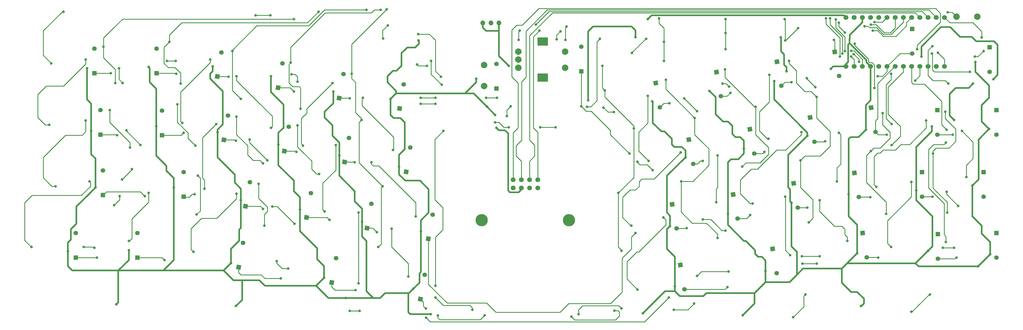
<source format=gbr>
G04 #@! TF.GenerationSoftware,KiCad,Pcbnew,(6.0.0-0)*
G04 #@! TF.CreationDate,2022-01-02T14:27:21+09:00*
G04 #@! TF.ProjectId,aliceball,616c6963-6562-4616-9c6c-2e6b69636164,rev?*
G04 #@! TF.SameCoordinates,Original*
G04 #@! TF.FileFunction,Copper,L1,Top*
G04 #@! TF.FilePolarity,Positive*
%FSLAX46Y46*%
G04 Gerber Fmt 4.6, Leading zero omitted, Abs format (unit mm)*
G04 Created by KiCad (PCBNEW (6.0.0-0)) date 2022-01-02 14:27:21*
%MOMM*%
%LPD*%
G01*
G04 APERTURE LIST*
G04 Aperture macros list*
%AMRotRect*
0 Rectangle, with rotation*
0 The origin of the aperture is its center*
0 $1 length*
0 $2 width*
0 $3 Rotation angle, in degrees counterclockwise*
0 Add horizontal line*
21,1,$1,$2,0,0,$3*%
G04 Aperture macros list end*
G04 #@! TA.AperFunction,ComponentPad*
%ADD10C,2.000000*%
G04 #@! TD*
G04 #@! TA.AperFunction,ComponentPad*
%ADD11R,3.200000X2.500000*%
G04 #@! TD*
G04 #@! TA.AperFunction,ComponentPad*
%ADD12O,1.500000X1.500000*%
G04 #@! TD*
G04 #@! TA.AperFunction,ComponentPad*
%ADD13R,1.397000X1.397000*%
G04 #@! TD*
G04 #@! TA.AperFunction,ComponentPad*
%ADD14C,1.397000*%
G04 #@! TD*
G04 #@! TA.AperFunction,ComponentPad*
%ADD15RotRect,1.397000X1.397000X280.000000*%
G04 #@! TD*
G04 #@! TA.AperFunction,ComponentPad*
%ADD16RotRect,1.397000X1.397000X80.000000*%
G04 #@! TD*
G04 #@! TA.AperFunction,WasherPad*
%ADD17C,3.810000*%
G04 #@! TD*
G04 #@! TA.AperFunction,ComponentPad*
%ADD18C,1.500000*%
G04 #@! TD*
G04 #@! TA.AperFunction,ComponentPad*
%ADD19C,1.524000*%
G04 #@! TD*
G04 #@! TA.AperFunction,ViaPad*
%ADD20C,0.800000*%
G04 #@! TD*
G04 #@! TA.AperFunction,Conductor*
%ADD21C,0.250000*%
G04 #@! TD*
G04 #@! TA.AperFunction,Conductor*
%ADD22C,0.500000*%
G04 #@! TD*
G04 APERTURE END LIST*
D10*
X173856000Y-31599500D03*
X173856000Y-36599500D03*
X173856000Y-34099500D03*
D11*
X181356000Y-28499500D03*
X181356000Y-39699500D03*
D10*
X188356000Y-36599500D03*
X188356000Y-31599500D03*
D12*
X165354000Y-22719500D03*
X167854000Y-22719500D03*
X162854000Y-22719500D03*
D13*
X45360000Y-76110000D03*
D14*
X45360000Y-68490000D03*
D13*
X317754000Y-68961000D03*
D14*
X317754000Y-76581000D03*
D15*
X258989900Y-72447882D03*
D14*
X260313100Y-79952118D03*
D13*
X303657000Y-88201500D03*
D14*
X303657000Y-95821500D03*
D16*
X101446400Y-62426118D03*
D14*
X102769600Y-54921882D03*
D13*
X167068500Y-43053000D03*
D14*
X167068500Y-35433000D03*
D13*
X193357500Y-37719000D03*
D14*
X193357500Y-30099000D03*
D15*
X245464400Y-55683882D03*
D14*
X246787600Y-63188118D03*
D15*
X277849400Y-69209382D03*
D14*
X279172600Y-76713618D03*
D16*
X82704626Y-58963584D03*
D14*
X84027826Y-51459348D03*
D15*
X282992900Y-49016382D03*
D14*
X284316100Y-56520618D03*
D16*
X80681900Y-39375618D03*
D14*
X82005100Y-31871382D03*
D16*
X137069900Y-49281618D03*
D14*
X138393100Y-41777382D03*
D13*
X70294500Y-76581000D03*
D14*
X70294500Y-68961000D03*
D13*
X61912500Y-38290500D03*
D14*
X61912500Y-30670500D03*
D17*
X162522000Y-83888000D03*
X189522000Y-83888000D03*
D18*
X172212000Y-73918500D03*
X172212000Y-71378500D03*
X174752000Y-73918500D03*
X174752000Y-71378500D03*
X177292000Y-73918500D03*
X177292000Y-71378500D03*
X179832000Y-73918500D03*
X179832000Y-71378500D03*
D16*
X146023400Y-89667618D03*
D14*
X147346600Y-82163382D03*
D13*
X44577000Y-57340500D03*
D14*
X44577000Y-49720500D03*
D10*
X309360500Y-20764500D03*
X315860500Y-20764500D03*
D16*
X87349400Y-98430618D03*
D14*
X88672600Y-90926382D03*
D15*
X223937900Y-97784382D03*
D14*
X225261100Y-105288618D03*
D13*
X298704000Y-68961000D03*
D14*
X298704000Y-76581000D03*
D16*
X139092626Y-68869584D03*
D14*
X140415826Y-61365348D03*
D13*
X42672000Y-38290500D03*
D14*
X42672000Y-30670500D03*
D15*
X271753400Y-31680882D03*
D14*
X273076600Y-39185118D03*
D15*
X252463741Y-92783223D03*
D14*
X253786941Y-100287459D03*
D15*
X253846400Y-34728882D03*
D14*
X255169600Y-42233118D03*
D13*
X303466500Y-49720500D03*
D14*
X303466500Y-57340500D03*
D16*
X143546900Y-108336618D03*
D14*
X144870100Y-100832382D03*
D13*
X36957000Y-95440500D03*
D14*
X36957000Y-87820500D03*
D13*
X63627000Y-57531000D03*
D14*
X63627000Y-49911000D03*
D13*
X319659000Y-30289500D03*
D14*
X319659000Y-37909500D03*
D15*
X216317900Y-41396382D03*
D14*
X217641100Y-48900618D03*
D13*
X56007000Y-95440500D03*
D14*
X56007000Y-87820500D03*
D16*
X120115400Y-65855118D03*
D14*
X121438600Y-58350882D03*
D13*
X321754500Y-49720500D03*
D14*
X321754500Y-57340500D03*
D16*
X89444900Y-79571118D03*
D14*
X90768100Y-72066882D03*
D10*
X163258500Y-42302500D03*
X163258500Y-35802500D03*
D16*
X108304400Y-83000118D03*
D14*
X109627600Y-75495882D03*
D13*
X321754500Y-87820500D03*
D14*
X321754500Y-95440500D03*
D16*
X99541400Y-42804618D03*
D14*
X100864600Y-35300382D03*
D19*
X277749000Y-36231400D03*
X280289000Y-36231400D03*
X282829000Y-36231400D03*
X285369000Y-36231400D03*
X287909000Y-36231400D03*
X290449000Y-36231400D03*
X292989000Y-36231400D03*
X295529000Y-36231400D03*
X298069000Y-36231400D03*
X300609000Y-36231400D03*
X303149000Y-36231400D03*
X305689000Y-36231400D03*
X305689000Y-21011400D03*
X303149000Y-21011400D03*
X300609000Y-21011400D03*
X298069000Y-21011400D03*
X295529000Y-21011400D03*
X292989000Y-21011400D03*
X290449000Y-21011400D03*
X287909000Y-21011400D03*
X285369000Y-21011400D03*
X282829000Y-21011400D03*
X280289000Y-21011400D03*
X277749000Y-21011400D03*
X275209000Y-21011400D03*
X275209000Y-36231400D03*
D16*
X116113741Y-103166778D03*
D14*
X117436941Y-95662542D03*
D15*
X240320900Y-75876882D03*
D14*
X241644100Y-83381118D03*
D15*
X264133400Y-52064382D03*
D14*
X265456600Y-59568618D03*
D15*
X280325900Y-87878382D03*
D14*
X281649100Y-95382618D03*
D15*
X226604900Y-58922382D03*
D14*
X227928100Y-66426618D03*
D16*
X127063500Y-86296500D03*
D14*
X128386700Y-78792264D03*
D13*
X295656000Y-24574500D03*
D14*
X295656000Y-32194500D03*
D16*
X118400900Y-46043118D03*
D14*
X119724100Y-38538882D03*
D15*
X235177400Y-37967382D03*
D14*
X236500600Y-45471618D03*
D15*
X221461400Y-78924882D03*
D14*
X222784600Y-86429118D03*
D20*
X301752000Y-32194500D03*
X284988000Y-39243000D03*
X84201000Y-39433500D03*
X313563000Y-37909500D03*
X148209000Y-47815500D03*
X104394000Y-44005500D03*
X121729500Y-46101000D03*
X47815500Y-38290500D03*
X68008500Y-38481000D03*
X220599000Y-47625000D03*
X239458500Y-44386500D03*
X143637000Y-47815500D03*
X258318000Y-41148000D03*
X70294500Y-56769000D03*
X215455500Y-68389500D03*
X208216500Y-63246000D03*
X170307000Y-51625500D03*
X171450000Y-48577500D03*
X268795500Y-59436000D03*
X249936000Y-62674500D03*
X287845500Y-57340500D03*
X86487000Y-59245500D03*
X308229000Y-57340500D03*
X230886000Y-65532000D03*
X105156000Y-62674500D03*
X210693000Y-65722500D03*
X193357500Y-48577500D03*
X123253500Y-65913000D03*
X49720500Y-57531000D03*
X225933000Y-86296500D03*
X94869000Y-80391000D03*
X289369500Y-60579000D03*
X263271000Y-80010000D03*
X58293000Y-76390500D03*
X130111500Y-87630000D03*
X301942500Y-76581000D03*
X210121500Y-87820500D03*
X115443000Y-83820000D03*
X73723500Y-75819000D03*
X282702000Y-76771500D03*
X245554500Y-82296000D03*
X285178500Y-95440500D03*
X220408500Y-107823000D03*
X145351500Y-114109500D03*
X123444000Y-105537000D03*
X266128500Y-97345500D03*
X238506000Y-104584500D03*
X306133500Y-59817000D03*
X100393500Y-101917500D03*
X261747000Y-97345500D03*
X309372000Y-95440500D03*
X43434000Y-95440500D03*
X64389000Y-96202500D03*
X145230000Y-111252000D03*
X306324000Y-55816500D03*
X306133500Y-90678000D03*
X271462500Y-28003500D03*
X170878500Y-36004500D03*
X88011000Y-77724000D03*
X146770000Y-112966500D03*
X136969500Y-67246500D03*
X243268500Y-113347500D03*
X79248000Y-36195000D03*
X210100000Y-27180000D03*
X34480500Y-93535500D03*
X84963000Y-97155000D03*
X319849500Y-94488000D03*
X195453000Y-46672500D03*
X41719500Y-56197500D03*
X215265000Y-47053500D03*
X296989500Y-74676000D03*
X141351000Y-105156000D03*
X258318000Y-78486000D03*
X238696500Y-81915000D03*
X316122805Y-98214695D03*
X160782000Y-40005000D03*
X252984000Y-40767000D03*
X143722089Y-87354411D03*
X59436000Y-36385500D03*
X134302500Y-46291500D03*
X319468500Y-55626000D03*
X67246500Y-73723500D03*
X164115750Y-48672750D03*
X220789500Y-85725000D03*
X43053000Y-73723500D03*
X125539500Y-84391500D03*
X212407500Y-112776000D03*
X61824521Y-54761479D03*
X243649500Y-61722000D03*
X301752000Y-54864000D03*
X113728500Y-101727000D03*
X116586000Y-44005500D03*
X276034500Y-75819000D03*
X97345500Y-39243000D03*
X270510000Y-36957000D03*
X99631500Y-60388500D03*
X120396000Y-108013500D03*
X250317000Y-99631500D03*
X49470799Y-109977701D03*
X86487000Y-110490000D03*
X40386000Y-36766500D03*
X278701500Y-94083110D03*
X314325000Y-73152000D03*
X80772000Y-56578500D03*
X300609000Y-93345000D03*
X281368500Y-55816500D03*
X53340000Y-93154500D03*
X222313500Y-104394000D03*
X167068500Y-55245000D03*
X166687500Y-51244500D03*
X225552000Y-64389000D03*
X118491000Y-63817500D03*
X142960000Y-28200000D03*
X263271000Y-57721500D03*
X106299000Y-80581500D03*
X315277500Y-34861500D03*
X232981500Y-43815000D03*
X279844500Y-110490000D03*
X213931500Y-21526500D03*
X317754000Y-31432500D03*
X315087000Y-33147000D03*
X317182500Y-27241500D03*
X320802000Y-40195500D03*
X255079500Y-27241500D03*
X314515500Y-41529000D03*
X256794000Y-37719000D03*
X298525500Y-33159000D03*
X308610000Y-52768500D03*
X312420000Y-70485000D03*
X311086500Y-56197500D03*
X309943500Y-79438500D03*
X306324000Y-75057000D03*
X308639188Y-92421688D03*
X305181000Y-92392500D03*
X289179000Y-92202000D03*
X295465500Y-72009000D03*
X284607000Y-73533000D03*
X300037500Y-52959000D03*
X289369500Y-54102000D03*
X289179000Y-38481000D03*
X263080500Y-39814500D03*
X265747500Y-42672000D03*
X272415000Y-71818500D03*
X272986500Y-56769000D03*
X275653500Y-90297000D03*
X267081000Y-77724000D03*
X256413000Y-76581000D03*
X267081000Y-95059500D03*
X261556500Y-95059500D03*
X257937000Y-94678500D03*
X261366000Y-56578500D03*
X246316500Y-78676500D03*
X251460000Y-38862000D03*
X251269500Y-58674000D03*
X239077500Y-42481500D03*
X236982000Y-41529000D03*
X225171000Y-46101000D03*
X229171500Y-50101500D03*
X235458000Y-63817500D03*
X235077000Y-78295500D03*
X237934500Y-87058500D03*
X230886000Y-83629500D03*
X238887000Y-99822000D03*
X229171500Y-101155500D03*
X218694000Y-83058000D03*
X210693000Y-105346500D03*
X208788000Y-85534500D03*
X224028000Y-62865000D03*
X213931500Y-45339000D03*
X214122000Y-65532000D03*
X203417951Y-50328049D03*
X167259000Y-45910500D03*
X200215500Y-48958500D03*
X143637000Y-45910500D03*
X163830000Y-45910500D03*
X148209000Y-45910500D03*
X125730000Y-45910500D03*
X135064500Y-62103000D03*
X142113000Y-82677000D03*
X128397000Y-65913000D03*
X134683500Y-86487000D03*
X139827000Y-101346000D03*
X124396500Y-103441500D03*
X124396500Y-81534000D03*
X117348000Y-60579000D03*
X113919000Y-81153000D03*
X116395500Y-41338500D03*
X107251500Y-60769500D03*
X105537000Y-40957500D03*
X103632000Y-38671500D03*
X97345500Y-55245000D03*
X86677500Y-39243000D03*
X96202500Y-65341500D03*
X90678000Y-58864500D03*
X104584500Y-84963000D03*
X97726500Y-79629000D03*
X99060000Y-96583500D03*
X102679500Y-98869500D03*
X73342500Y-93726000D03*
X86677500Y-75628500D03*
X76771500Y-74104500D03*
X80391000Y-54102000D03*
X78486000Y-34099500D03*
X69913500Y-53721000D03*
X65151000Y-34480500D03*
X67818000Y-34480500D03*
X50292000Y-36766500D03*
X51435000Y-41338500D03*
X56959500Y-60579000D03*
X52578000Y-56007000D03*
X59436000Y-75438000D03*
X53340000Y-90297000D03*
X39433500Y-92202000D03*
X42672000Y-92392500D03*
X41148000Y-71818500D03*
X23241000Y-92202000D03*
X40005000Y-52959000D03*
X30670500Y-73342500D03*
X28765500Y-54292500D03*
X40005000Y-34099500D03*
X145542000Y-36004500D03*
X29337000Y-35242500D03*
X33147000Y-19240500D03*
X142494000Y-35623500D03*
X149923500Y-39433500D03*
X142820000Y-26180000D03*
X133440000Y-23470000D03*
X132050000Y-27600000D03*
X199050000Y-27660000D03*
X195110607Y-48768000D03*
X185356500Y-55054500D03*
X166687500Y-53530500D03*
X180594000Y-55054500D03*
X170878500Y-55054500D03*
X148209000Y-104203500D03*
X159639000Y-111633000D03*
X150685500Y-56197500D03*
X148209000Y-107823000D03*
X148990000Y-113410000D03*
X163449000Y-113347500D03*
X203530000Y-111880000D03*
X190270000Y-113750000D03*
X192510000Y-112970000D03*
X228219000Y-109728000D03*
X221932500Y-111633000D03*
X205750000Y-111250000D03*
X262699500Y-106870500D03*
X258889500Y-113919000D03*
X295465500Y-112204500D03*
X301180500Y-106870500D03*
X121729500Y-112014000D03*
X124777500Y-112014000D03*
X92583000Y-20383500D03*
X97155000Y-20383500D03*
X209020000Y-32020000D03*
X284035500Y-22479000D03*
X205740000Y-93345000D03*
X199834500Y-36004500D03*
X213340000Y-27620000D03*
X204787500Y-75438000D03*
X200596500Y-43624500D03*
X209550000Y-55435500D03*
X224218500Y-71818500D03*
X218884500Y-34480500D03*
X47434500Y-49720500D03*
X282892500Y-23241000D03*
X51244500Y-71247000D03*
X104394000Y-21526500D03*
X49149000Y-41338500D03*
X235458000Y-89344500D03*
X228409500Y-52197000D03*
X217360500Y-21336000D03*
X54292500Y-68008500D03*
X48768000Y-79248000D03*
X219456000Y-40386000D03*
X218884500Y-28575000D03*
X50482500Y-76390500D03*
X45529500Y-30099000D03*
X53721000Y-61341000D03*
X247269000Y-48768000D03*
X74676000Y-70104000D03*
X243078000Y-67246500D03*
X112014000Y-19240500D03*
X74295000Y-82105500D03*
X237934500Y-25908000D03*
X237934500Y-21526500D03*
X65913000Y-28575000D03*
X69342000Y-41529000D03*
X237744000Y-37147500D03*
X73914000Y-60769500D03*
X280987500Y-23775000D03*
X237934500Y-30861000D03*
X68389500Y-48006000D03*
X257556000Y-34480500D03*
X126873000Y-18669000D03*
X261175500Y-65341500D03*
X94869000Y-66294000D03*
X95250000Y-85534500D03*
X263652000Y-84582000D03*
X93535500Y-72580500D03*
X260413500Y-24384000D03*
X256222500Y-21526500D03*
X256413000Y-28194000D03*
X86677500Y-51816000D03*
X85344000Y-31432500D03*
X88011000Y-46291500D03*
X266128500Y-45720000D03*
X283464000Y-25146000D03*
X296608500Y-40576500D03*
X282892500Y-62484000D03*
X105537000Y-54483000D03*
X277939500Y-29146500D03*
X273022549Y-22633451D03*
X286512000Y-50673000D03*
X112204500Y-69532500D03*
X131254500Y-18669000D03*
X103441500Y-35052000D03*
X274891500Y-25717500D03*
X284035500Y-42862500D03*
X106489500Y-49339500D03*
X287655000Y-81915000D03*
X302133000Y-63246000D03*
X125349000Y-52768500D03*
X301942500Y-29908500D03*
X306514500Y-81534000D03*
X122301000Y-38481000D03*
X305943000Y-50292000D03*
X130492500Y-92202000D03*
X306895500Y-41529000D03*
X131826000Y-73342500D03*
X133159500Y-18478500D03*
X150114000Y-41910000D03*
X279213799Y-34730201D03*
X188785500Y-23812500D03*
X188404500Y-28003500D03*
X146875500Y-34480500D03*
X274129500Y-32253017D03*
X270319500Y-21304980D03*
X277558500Y-32385000D03*
X272070049Y-21680951D03*
X276790981Y-31404907D03*
X174307500Y-25146000D03*
X173926500Y-28003500D03*
X274891500Y-31432500D03*
X276796500Y-33172500D03*
X185737500Y-27813000D03*
X186880500Y-25336500D03*
X273367500Y-33147000D03*
X268986000Y-21304980D03*
X306705000Y-19431000D03*
X297180000Y-30861000D03*
X303657000Y-32004000D03*
X180403500Y-25146000D03*
X179260500Y-23241000D03*
D21*
X68008500Y-38481000D02*
X67818000Y-38290500D01*
X84201000Y-39433500D02*
X84143118Y-39375618D01*
X220599000Y-47625000D02*
X218916718Y-47625000D01*
X84143118Y-39375618D02*
X80681900Y-39375618D01*
X287909000Y-37846000D02*
X286512000Y-39243000D01*
X238373382Y-45471618D02*
X236500600Y-45471618D01*
X47815500Y-38290500D02*
X42672000Y-38290500D01*
X291945900Y-32194500D02*
X295656000Y-32194500D01*
X287909000Y-36231400D02*
X287909000Y-37846000D01*
X313563000Y-37909500D02*
X302514000Y-37909500D01*
X121671618Y-46043118D02*
X118400900Y-46043118D01*
X143637000Y-47815500D02*
X148209000Y-47815500D01*
X287909000Y-36231400D02*
X291945900Y-32194500D01*
X286512000Y-39243000D02*
X284988000Y-39243000D01*
X218916718Y-47625000D02*
X217641100Y-48900618D01*
X239458500Y-44386500D02*
X238373382Y-45471618D01*
X258318000Y-41148000D02*
X256254718Y-41148000D01*
X256254718Y-41148000D02*
X255169600Y-42233118D01*
X104394000Y-44005500D02*
X103193118Y-42804618D01*
X301942500Y-37338000D02*
X301942500Y-32385000D01*
X67818000Y-38290500D02*
X61912500Y-38290500D01*
X301942500Y-32385000D02*
X301752000Y-32194500D01*
X302514000Y-37909500D02*
X301942500Y-37338000D01*
X121729500Y-46101000D02*
X121671618Y-46043118D01*
X103193118Y-42804618D02*
X99541400Y-42804618D01*
X229229382Y-66426618D02*
X227928100Y-66426618D01*
X196405500Y-50101500D02*
X202311000Y-56007000D01*
X284988000Y-41529000D02*
X284988000Y-52387500D01*
X214693500Y-67627500D02*
X213741000Y-66675000D01*
X69532500Y-57531000D02*
X63627000Y-57531000D01*
X86487000Y-59245500D02*
X86205084Y-58963584D01*
X86205084Y-58963584D02*
X82704626Y-58963584D01*
X170307000Y-49720500D02*
X171450000Y-48577500D01*
X123195618Y-65855118D02*
X120115400Y-65855118D01*
X202311000Y-56007000D02*
X202311000Y-57340500D01*
X105156000Y-62674500D02*
X104907618Y-62426118D01*
X268662882Y-59568618D02*
X265456600Y-59568618D01*
X308229000Y-57340500D02*
X303466500Y-57340500D01*
X285135982Y-57340500D02*
X284316100Y-56520618D01*
X213741000Y-66675000D02*
X211455000Y-66675000D01*
X290285600Y-36231400D02*
X284988000Y-41529000D01*
X268795500Y-59436000D02*
X268662882Y-59568618D01*
X215455500Y-68389500D02*
X214693500Y-67627500D01*
X193357500Y-48577500D02*
X193357500Y-37719000D01*
X49530000Y-57340500D02*
X44577000Y-57340500D01*
X70294500Y-56769000D02*
X69532500Y-57531000D01*
X230886000Y-65532000D02*
X230124000Y-65532000D01*
X284988000Y-52387500D02*
X284316100Y-53059400D01*
X230124000Y-65532000D02*
X229229382Y-66426618D01*
X210693000Y-65913000D02*
X210693000Y-65722500D01*
X287845500Y-57340500D02*
X285135982Y-57340500D01*
X193357500Y-48577500D02*
X194881500Y-50101500D01*
X123253500Y-65913000D02*
X123195618Y-65855118D01*
X249936000Y-62674500D02*
X249422382Y-63188118D01*
X211455000Y-66675000D02*
X210693000Y-65913000D01*
X202311000Y-57340500D02*
X208216500Y-63246000D01*
X290449000Y-36231400D02*
X290285600Y-36231400D01*
X249422382Y-63188118D02*
X246787600Y-63188118D01*
X194881500Y-50101500D02*
X196405500Y-50101500D01*
X284316100Y-53059400D02*
X284316100Y-56520618D01*
X170307000Y-51625500D02*
X170307000Y-49720500D01*
X49720500Y-57531000D02*
X49530000Y-57340500D01*
X104907618Y-62426118D02*
X101446400Y-62426118D01*
X292036500Y-57912000D02*
X292036500Y-54864000D01*
X46413000Y-75057000D02*
X45360000Y-76110000D01*
X282702000Y-76771500D02*
X282644118Y-76713618D01*
X72961500Y-75819000D02*
X72009000Y-76771500D01*
X56959500Y-75057000D02*
X46413000Y-75057000D01*
X151828500Y-109537500D02*
X146023400Y-103732400D01*
X73723500Y-75819000D02*
X72961500Y-75819000D01*
X94049118Y-79571118D02*
X89444900Y-79571118D01*
X186690000Y-112395000D02*
X166878000Y-112395000D01*
X263271000Y-80010000D02*
X263213118Y-79952118D01*
X245554500Y-82296000D02*
X244469382Y-83381118D01*
X210121500Y-87820500D02*
X208788000Y-89154000D01*
X289369500Y-60579000D02*
X292036500Y-57912000D01*
X72009000Y-76771500D02*
X70485000Y-76771500D01*
X202359000Y-109680000D02*
X189405000Y-109680000D01*
X225933000Y-86296500D02*
X225800382Y-86429118D01*
X282644118Y-76713618D02*
X279172600Y-76713618D01*
X70485000Y-76771500D02*
X70294500Y-76581000D01*
X128778000Y-86296500D02*
X127063500Y-86296500D01*
X208788000Y-92773500D02*
X205930500Y-95631000D01*
X58293000Y-76390500D02*
X56959500Y-75057000D01*
X301942500Y-76581000D02*
X298704000Y-76581000D01*
X205930500Y-106108500D02*
X202359000Y-109680000D01*
X263213118Y-79952118D02*
X260313100Y-79952118D01*
X205930500Y-95631000D02*
X205930500Y-106108500D01*
X292989000Y-37909500D02*
X292989000Y-36231400D01*
X146023400Y-103732400D02*
X146023400Y-89667618D01*
X164020500Y-109537500D02*
X151828500Y-109537500D01*
X130111500Y-87630000D02*
X128778000Y-86296500D01*
X225800382Y-86429118D02*
X222784600Y-86429118D01*
X288226500Y-42672000D02*
X292989000Y-37909500D01*
X94869000Y-80391000D02*
X94049118Y-79571118D01*
X208788000Y-89154000D02*
X208788000Y-92773500D01*
X288226500Y-51054000D02*
X288226500Y-42672000D01*
X114623118Y-83000118D02*
X108304400Y-83000118D01*
X166878000Y-112395000D02*
X164020500Y-109537500D01*
X292036500Y-54864000D02*
X288226500Y-51054000D01*
X115443000Y-83820000D02*
X114623118Y-83000118D01*
X244469382Y-83381118D02*
X241644100Y-83381118D01*
X189405000Y-109680000D02*
X186690000Y-112395000D01*
X123444000Y-105537000D02*
X117157500Y-105537000D01*
X144500000Y-110522000D02*
X144500000Y-109289718D01*
X285178500Y-95440500D02*
X285120618Y-95382618D01*
X145230000Y-111252000D02*
X144500000Y-110522000D01*
X305562000Y-60388500D02*
X302323500Y-60388500D01*
X237801882Y-105288618D02*
X225261100Y-105288618D01*
X302323500Y-60388500D02*
X300799500Y-61912500D01*
X88011000Y-100774500D02*
X87349400Y-100112900D01*
X100393500Y-101917500D02*
X95440500Y-101917500D01*
X145351500Y-114109500D02*
X146592000Y-115350000D01*
X117157500Y-105537000D02*
X116113741Y-104493241D01*
X116113741Y-104493241D02*
X116113741Y-103166778D01*
X238506000Y-104584500D02*
X237801882Y-105288618D01*
X308991000Y-95821500D02*
X303657000Y-95821500D01*
X304800000Y-54292500D02*
X306324000Y-55816500D01*
X285120618Y-95382618D02*
X281649100Y-95382618D01*
X43434000Y-95440500D02*
X36957000Y-95440500D01*
X63627000Y-95440500D02*
X56007000Y-95440500D01*
X303847500Y-76962000D02*
X305562000Y-78676500D01*
X305562000Y-88392000D02*
X306133500Y-88963500D01*
X304800000Y-47053500D02*
X304800000Y-54292500D01*
X87349400Y-100112900D02*
X87349400Y-98430618D01*
X300799500Y-73914000D02*
X303847500Y-76962000D01*
X295529000Y-36231400D02*
X295529000Y-41211500D01*
X95440500Y-101917500D02*
X94297500Y-100774500D01*
X146592000Y-115350000D02*
X212881500Y-115350000D01*
X64389000Y-96202500D02*
X63627000Y-95440500D01*
X299466000Y-41719500D02*
X304800000Y-47053500D01*
X306133500Y-88963500D02*
X306133500Y-90678000D01*
X94297500Y-100774500D02*
X88011000Y-100774500D01*
X295529000Y-41211500D02*
X296037000Y-41719500D01*
X300799500Y-61912500D02*
X300799500Y-73914000D01*
X266128500Y-97345500D02*
X261747000Y-97345500D01*
X296037000Y-41719500D02*
X299466000Y-41719500D01*
X306133500Y-59817000D02*
X305562000Y-60388500D01*
X212881500Y-115350000D02*
X220408500Y-107823000D01*
X309372000Y-95440500D02*
X308991000Y-95821500D01*
X144500000Y-109289718D02*
X143546900Y-108336618D01*
X305562000Y-78676500D02*
X305562000Y-88392000D01*
X271753400Y-31680882D02*
X271753400Y-28294400D01*
X271753400Y-28294400D02*
X271462500Y-28003500D01*
D22*
X138702019Y-61894481D02*
X138702019Y-53548519D01*
X282829000Y-38163500D02*
X282829000Y-46736000D01*
X50101500Y-99441000D02*
X53340000Y-96202500D01*
X78486000Y-38481000D02*
X78486000Y-40005000D01*
X215455500Y-47244000D02*
X215265000Y-47053500D01*
X93726000Y-102489000D02*
X95440500Y-104203500D01*
X80772000Y-56578500D02*
X80772000Y-64376736D01*
X167854000Y-25169500D02*
X167854000Y-22719500D01*
X113728500Y-98107500D02*
X111633000Y-96012000D01*
X196960000Y-23860000D02*
X195453000Y-25367000D01*
X319468500Y-45910500D02*
X317182500Y-48196500D01*
X40386000Y-46482000D02*
X41148000Y-47244000D01*
X242506500Y-58102500D02*
X243649500Y-59245500D01*
X167830500Y-56007000D02*
X169735500Y-56007000D01*
X250317000Y-99631500D02*
X250317000Y-103060500D01*
X220789500Y-82486500D02*
X219837000Y-81534000D01*
X118491000Y-59817000D02*
X118491000Y-63817500D01*
X87524589Y-90211911D02*
X84963000Y-92773500D01*
X250317000Y-96393000D02*
X250317000Y-99631500D01*
X118491000Y-63817500D02*
X118491000Y-70104000D01*
X296989500Y-77724000D02*
X301942500Y-82677000D01*
X280797000Y-108204000D02*
X280797000Y-109728000D01*
X40767000Y-99441000D02*
X41148000Y-99441000D01*
X80772000Y-55816500D02*
X80772000Y-56578500D01*
X281368500Y-55816500D02*
X281368500Y-48196500D01*
X278701500Y-94083110D02*
X278701500Y-85344000D01*
X131064000Y-108013500D02*
X128968500Y-108013500D01*
X88011000Y-74104500D02*
X88011000Y-77724000D01*
X132588000Y-106489500D02*
X131064000Y-108013500D01*
X67246500Y-73723500D02*
X67246500Y-96202500D01*
X59784521Y-36734021D02*
X59784521Y-41115521D01*
X143256000Y-100352919D02*
X143722089Y-99886830D01*
X111633000Y-96012000D02*
X111633000Y-92583000D01*
X248031000Y-95250000D02*
X249174000Y-95250000D01*
X271235600Y-36231400D02*
X275209000Y-36231400D01*
X128968500Y-108013500D02*
X127063500Y-108013500D01*
X137350500Y-52197000D02*
X135255000Y-52197000D01*
X210100000Y-25040000D02*
X208920000Y-23860000D01*
X41719500Y-63436500D02*
X43053000Y-64770000D01*
X127063500Y-108013500D02*
X120396000Y-108013500D01*
X219837000Y-81534000D02*
X219837000Y-70104000D01*
X41148000Y-47244000D02*
X41719500Y-47815500D01*
X297668195Y-98214695D02*
X296715695Y-97262195D01*
X247078500Y-94297500D02*
X248031000Y-95250000D01*
X195453000Y-25367000D02*
X195453000Y-46672500D01*
X41719500Y-47815500D02*
X41719500Y-56197500D01*
X263271000Y-57721500D02*
X263271000Y-56769000D01*
X141351000Y-105156000D02*
X140017500Y-106489500D01*
X221361000Y-58674000D02*
X219075000Y-56388000D01*
X224409000Y-61150500D02*
X222123000Y-61150500D01*
X317182500Y-48196500D02*
X317182500Y-53340000D01*
X241935000Y-64960500D02*
X239649000Y-64960500D01*
X84963000Y-97155000D02*
X82677000Y-99441000D01*
X59436000Y-36385500D02*
X59784521Y-36734021D01*
X314325000Y-82677000D02*
X317182500Y-85534500D01*
X279082500Y-58102500D02*
X281368500Y-55816500D01*
X166687500Y-51244500D02*
X164115750Y-48672750D01*
X167068500Y-55245000D02*
X167830500Y-56007000D01*
X126873000Y-90297000D02*
X126873000Y-105918000D01*
X276320250Y-29051250D02*
X276320250Y-27717750D01*
X86487000Y-110490000D02*
X88392000Y-108585000D01*
X139827000Y-112377000D02*
X139827000Y-106489500D01*
X220789500Y-85725000D02*
X220789500Y-82486500D01*
X67246500Y-70866000D02*
X67246500Y-73723500D01*
X234886500Y-45720000D02*
X234886500Y-51054000D01*
X111252000Y-104203500D02*
X113728500Y-101727000D01*
X134302500Y-51244500D02*
X134302500Y-46291500D01*
X164115750Y-48672750D02*
X160020000Y-44577000D01*
X146770000Y-112966500D02*
X140416500Y-112966500D01*
X41719500Y-56197500D02*
X41719500Y-56769000D01*
X101180844Y-48031344D02*
X97345500Y-44196000D01*
X296989500Y-74676000D02*
X296989500Y-77724000D01*
X231076500Y-107442000D02*
X223837500Y-107442000D01*
X101180844Y-55219656D02*
X101180844Y-48031344D01*
X34480500Y-98107500D02*
X35814000Y-99441000D01*
X238696500Y-85344000D02*
X243649500Y-90297000D01*
X276606000Y-58102500D02*
X279082500Y-58102500D01*
X278701500Y-106108500D02*
X280797000Y-108204000D01*
X239649000Y-64960500D02*
X238696500Y-65913000D01*
X64960500Y-67056000D02*
X64960500Y-68580000D01*
X126873000Y-105918000D02*
X128968500Y-108013500D01*
X61824521Y-63920021D02*
X64960500Y-67056000D01*
X53340000Y-96202500D02*
X53340000Y-93154500D01*
X223837500Y-107442000D02*
X222313500Y-105918000D01*
X257365500Y-63627000D02*
X263271000Y-57721500D01*
X82420256Y-54168244D02*
X80772000Y-55816500D01*
X143110000Y-29100000D02*
X143110000Y-28350000D01*
X246888000Y-109728000D02*
X246888000Y-106489500D01*
X270510000Y-36957000D02*
X271235600Y-36231400D01*
X136017000Y-43815000D02*
X133350000Y-41148000D01*
X243268500Y-113347500D02*
X246888000Y-109728000D01*
X225552000Y-64389000D02*
X225552000Y-62293500D01*
X208920000Y-23860000D02*
X196960000Y-23860000D01*
X260032500Y-93726000D02*
X260032500Y-100774500D01*
X220789500Y-85725000D02*
X219837000Y-86677500D01*
X162854000Y-22719500D02*
X162854000Y-24170000D01*
X278701500Y-94083110D02*
X275546305Y-97238305D01*
X170688000Y-74676000D02*
X171259500Y-75247500D01*
X246888000Y-106489500D02*
X232029000Y-106489500D01*
X171259500Y-75247500D02*
X173926500Y-75247500D01*
X319468500Y-55626000D02*
X316230000Y-58864500D01*
X99631500Y-56769000D02*
X101180844Y-55219656D01*
X163853500Y-25169500D02*
X167854000Y-25169500D01*
X136017000Y-44577000D02*
X157353000Y-44577000D01*
X169735500Y-56007000D02*
X170688000Y-56959500D01*
X240030000Y-57150000D02*
X240982500Y-58102500D01*
X115062000Y-108013500D02*
X111252000Y-104203500D01*
X260032500Y-100774500D02*
X257746500Y-103060500D01*
X143110000Y-28350000D02*
X142960000Y-28200000D01*
X170878500Y-36004500D02*
X167854000Y-32980000D01*
X133350000Y-41148000D02*
X133350000Y-39243000D01*
X275209000Y-35496500D02*
X275844000Y-34861500D01*
X276034500Y-82677000D02*
X276034500Y-75819000D01*
X136969500Y-63627000D02*
X138702019Y-61894481D01*
X137731500Y-33147000D02*
X137731500Y-32098500D01*
X243649500Y-63246000D02*
X241935000Y-64960500D01*
X275844000Y-34861500D02*
X275844000Y-29527500D01*
X99631500Y-60388500D02*
X99631500Y-56769000D01*
X106299000Y-80581500D02*
X106299000Y-76771500D01*
X41148000Y-99441000D02*
X50101500Y-99441000D01*
X232981500Y-43815000D02*
X234886500Y-45720000D01*
X137731500Y-36004500D02*
X137731500Y-33147000D01*
X238696500Y-65913000D02*
X238696500Y-81915000D01*
X37147500Y-79629000D02*
X37147500Y-84582000D01*
X43053000Y-64770000D02*
X43053000Y-73723500D01*
X317182500Y-88011000D02*
X319849500Y-90678000D01*
X243649500Y-59245500D02*
X243649500Y-61722000D01*
X67246500Y-96202500D02*
X64008000Y-99441000D01*
X40386000Y-36766500D02*
X40386000Y-46482000D01*
X276034500Y-75819000D02*
X276034500Y-58674000D01*
X49470799Y-109977701D02*
X50101500Y-109347000D01*
X222123000Y-61150500D02*
X221361000Y-60388500D01*
X257365500Y-73723500D02*
X257365500Y-63627000D01*
X232029000Y-106489500D02*
X231076500Y-107442000D01*
X139470000Y-30360000D02*
X141960000Y-30360000D01*
X88011000Y-77724000D02*
X88011000Y-86296500D01*
X173926500Y-75247500D02*
X174752000Y-74422000D01*
X140416500Y-112966500D02*
X139827000Y-112377000D01*
X317182500Y-53340000D02*
X319468500Y-55626000D01*
X273915109Y-98869500D02*
X261937500Y-98869500D01*
X315277500Y-34861500D02*
X315277500Y-37909500D01*
X221361000Y-60388500D02*
X221361000Y-58674000D01*
X41719500Y-56769000D02*
X41719500Y-63436500D01*
X50101500Y-109347000D02*
X50101500Y-99441000D01*
X319849500Y-90678000D02*
X319849500Y-94488000D01*
X273915109Y-98869500D02*
X273915109Y-103227109D01*
X143722089Y-99886830D02*
X143722089Y-87354411D01*
X301942500Y-92011500D02*
X300609000Y-93345000D01*
X212407500Y-112776000D02*
X219265500Y-105918000D01*
X237172500Y-53340000D02*
X238696500Y-53340000D01*
X137731500Y-32098500D02*
X138560000Y-31270000D01*
X135255000Y-52197000D02*
X134302500Y-51244500D01*
X250317000Y-103060500D02*
X246888000Y-106489500D01*
X106299000Y-76771500D02*
X104394000Y-74866500D01*
X143446500Y-71628000D02*
X138874500Y-71628000D01*
X104394000Y-74866500D02*
X104394000Y-71628000D01*
X113919000Y-50292000D02*
X113919000Y-52006500D01*
X88011000Y-86296500D02*
X87524589Y-86782911D01*
X252984000Y-46482000D02*
X252984000Y-40767000D01*
X136969500Y-67246500D02*
X136969500Y-63627000D01*
X240030000Y-54673500D02*
X240030000Y-57150000D01*
X97345500Y-44196000D02*
X97345500Y-39243000D01*
X319849500Y-94488000D02*
X316122805Y-98214695D01*
X281555980Y-34286980D02*
X276320250Y-29051250D01*
X300609000Y-93345000D02*
X296715695Y-97238305D01*
X219837000Y-70104000D02*
X225552000Y-64389000D01*
X104394000Y-71628000D02*
X99631500Y-66865500D01*
X301942500Y-82677000D02*
X301942500Y-92011500D01*
X136017000Y-44577000D02*
X136017000Y-43815000D01*
X84105750Y-100869750D02*
X85725000Y-102489000D01*
X249174000Y-95250000D02*
X250317000Y-96393000D01*
X82420256Y-43939256D02*
X82420256Y-54168244D01*
X116586000Y-44005500D02*
X116586000Y-47625000D01*
X78486000Y-40005000D02*
X82420256Y-43939256D01*
X218122500Y-56388000D02*
X215455500Y-53721000D01*
X141351000Y-105156000D02*
X143256000Y-103251000D01*
X316122805Y-98214695D02*
X297668195Y-98214695D01*
X140017500Y-106489500D02*
X132588000Y-106489500D01*
X261937500Y-98869500D02*
X260032500Y-100774500D01*
X160782000Y-41148000D02*
X160782000Y-40005000D01*
X61824521Y-43155521D02*
X61824521Y-54761479D01*
X79248000Y-36195000D02*
X79248000Y-37719000D01*
X258318000Y-78486000D02*
X258318000Y-92011500D01*
X138560000Y-31270000D02*
X139470000Y-30360000D01*
X157353000Y-44577000D02*
X160782000Y-41148000D01*
X125539500Y-80295750D02*
X125539500Y-84391500D01*
X95440500Y-104203500D02*
X111252000Y-104203500D01*
X276415500Y-27622500D02*
X276415500Y-26479500D01*
X138874500Y-71628000D02*
X136969500Y-69723000D01*
X257746500Y-103060500D02*
X250317000Y-103060500D01*
X219265500Y-105918000D02*
X222313500Y-105918000D01*
X243649500Y-61722000D02*
X243649500Y-63246000D01*
X317182500Y-85534500D02*
X317182500Y-88011000D01*
X162854000Y-24170000D02*
X163853500Y-25169500D01*
X35433000Y-89916000D02*
X34671000Y-90678000D01*
X167854000Y-32980000D02*
X167854000Y-25169500D01*
X64960500Y-68580000D02*
X67246500Y-70866000D01*
X160020000Y-44577000D02*
X157353000Y-44577000D01*
X280035000Y-110490000D02*
X279844500Y-110490000D01*
X120396000Y-108013500D02*
X115062000Y-108013500D01*
X315277500Y-37909500D02*
X319468500Y-42100500D01*
X276320250Y-27717750D02*
X276415500Y-27622500D01*
X296989500Y-61150500D02*
X296989500Y-74676000D01*
X141960000Y-30360000D02*
X143110000Y-29210000D01*
X116395500Y-57721500D02*
X118491000Y-59817000D01*
X116395500Y-54483000D02*
X116395500Y-57721500D01*
X99631500Y-66865500D02*
X99631500Y-60388500D01*
X85725000Y-102489000D02*
X88392000Y-102489000D01*
X86106000Y-69710736D02*
X86106000Y-72199500D01*
X106299000Y-87249000D02*
X106299000Y-80581500D01*
X135064500Y-37528500D02*
X136207500Y-37528500D01*
X86106000Y-72199500D02*
X88011000Y-74104500D01*
X82677000Y-99441000D02*
X84105750Y-100869750D01*
X87524589Y-86782911D02*
X87524589Y-90211911D01*
X281555980Y-34958380D02*
X281555980Y-34286980D01*
X143110000Y-29210000D02*
X143110000Y-29100000D01*
X170688000Y-56959500D02*
X170688000Y-74676000D01*
X296715695Y-97262195D02*
X296715695Y-97238305D01*
X84963000Y-92773500D02*
X84963000Y-97155000D01*
X59784521Y-41115521D02*
X61824521Y-43155521D01*
X125539500Y-84391500D02*
X125539500Y-88963500D01*
X219837000Y-92773500D02*
X222313500Y-95250000D01*
X276415500Y-26479500D02*
X280289000Y-22606000D01*
X219075000Y-56388000D02*
X218122500Y-56388000D01*
X133350000Y-39243000D02*
X135064500Y-37528500D01*
X243649500Y-90297000D02*
X244221000Y-90297000D01*
X146113500Y-74295000D02*
X143446500Y-71628000D01*
X174752000Y-74422000D02*
X174752000Y-73918500D01*
X61824521Y-54761479D02*
X61824521Y-63920021D01*
X316230000Y-71247000D02*
X314325000Y-73152000D01*
X296715695Y-97238305D02*
X275546305Y-97238305D01*
X222313500Y-105918000D02*
X222313500Y-104394000D01*
X275546305Y-97238305D02*
X273915109Y-98869500D01*
X280289000Y-22606000D02*
X280289000Y-21011400D01*
X244221000Y-90297000D02*
X247078500Y-93154500D01*
X275209000Y-36231400D02*
X275209000Y-35496500D01*
X41148000Y-75628500D02*
X37147500Y-79629000D01*
X37147500Y-84582000D02*
X37147500Y-84963000D01*
X234886500Y-51054000D02*
X237172500Y-53340000D01*
X314325000Y-73152000D02*
X314325000Y-82677000D01*
X276034500Y-58674000D02*
X276606000Y-58102500D01*
X143722089Y-87354411D02*
X143722089Y-83925411D01*
X35814000Y-99441000D02*
X40767000Y-99441000D01*
X111633000Y-92583000D02*
X106299000Y-87249000D01*
X282829000Y-36231400D02*
X281555980Y-34958380D01*
X37147500Y-84963000D02*
X35433000Y-86677500D01*
X263271000Y-56769000D02*
X252984000Y-46482000D01*
X282829000Y-46736000D02*
X281368500Y-48196500D01*
X116586000Y-47625000D02*
X113919000Y-50292000D01*
X215455500Y-53721000D02*
X215455500Y-47244000D01*
X123253500Y-74866500D02*
X123253500Y-78009750D01*
X79248000Y-37719000D02*
X78486000Y-38481000D01*
X238696500Y-81915000D02*
X238696500Y-85344000D01*
X210100000Y-27180000D02*
X210100000Y-25040000D01*
X80772000Y-64376736D02*
X86106000Y-69710736D01*
X34671000Y-90678000D02*
X34480500Y-90868500D01*
X143722089Y-83925411D02*
X146113500Y-81534000D01*
X258318000Y-78486000D02*
X257937000Y-78105000D01*
X125539500Y-88963500D02*
X126873000Y-90297000D01*
X34480500Y-93535500D02*
X34480500Y-98107500D01*
X143256000Y-103251000D02*
X143256000Y-100352919D01*
X136207500Y-37528500D02*
X137731500Y-36004500D01*
X219837000Y-86677500D02*
X219837000Y-92773500D01*
X278701500Y-85344000D02*
X276034500Y-82677000D01*
X247078500Y-93154500D02*
X247078500Y-94297500D01*
X123253500Y-78009750D02*
X125539500Y-80295750D01*
X222313500Y-95250000D02*
X222313500Y-104394000D01*
X146113500Y-81534000D02*
X146113500Y-74295000D01*
X316230000Y-58864500D02*
X316230000Y-71247000D01*
X64008000Y-99441000D02*
X50101500Y-99441000D01*
X34480500Y-90868500D02*
X34480500Y-93535500D01*
X113919000Y-52006500D02*
X116395500Y-54483000D01*
X319468500Y-42100500D02*
X319468500Y-45910500D01*
X136969500Y-69723000D02*
X136969500Y-67246500D01*
X275844000Y-29527500D02*
X276320250Y-29051250D01*
X88392000Y-102489000D02*
X93726000Y-102489000D01*
X118491000Y-70104000D02*
X123253500Y-74866500D01*
X257937000Y-74295000D02*
X257365500Y-73723500D01*
X280797000Y-109728000D02*
X280035000Y-110490000D01*
X273915109Y-103227109D02*
X276796500Y-106108500D01*
X82677000Y-99441000D02*
X64008000Y-99441000D01*
X282829000Y-38163500D02*
X282829000Y-36231400D01*
X134302500Y-46291500D02*
X136017000Y-44577000D01*
X238696500Y-53340000D02*
X240030000Y-54673500D01*
X35433000Y-86677500D02*
X35433000Y-89916000D01*
X225552000Y-62293500D02*
X224409000Y-61150500D01*
X240982500Y-58102500D02*
X242506500Y-58102500D01*
X113728500Y-101727000D02*
X113728500Y-98107500D01*
X276796500Y-106108500D02*
X278701500Y-106108500D01*
X301752000Y-54864000D02*
X301752000Y-56388000D01*
X258318000Y-92011500D02*
X260032500Y-93726000D01*
X43053000Y-73723500D02*
X41148000Y-75628500D01*
X257937000Y-78105000D02*
X257937000Y-74295000D01*
X138702019Y-53548519D02*
X137350500Y-52197000D01*
X88392000Y-108585000D02*
X88392000Y-102489000D01*
X301752000Y-56388000D02*
X296989500Y-61150500D01*
X274581100Y-20383500D02*
X275209000Y-21011400D01*
X215074500Y-20383500D02*
X274581100Y-20383500D01*
X213931500Y-21526500D02*
X215074500Y-20383500D01*
D21*
X305689000Y-21011400D02*
X307347100Y-22669500D01*
X307347100Y-22669500D02*
X307657500Y-22669500D01*
X314515500Y-22669500D02*
X317182500Y-25336500D01*
X317182500Y-25336500D02*
X317182500Y-27241500D01*
X307657500Y-22669500D02*
X314515500Y-22669500D01*
X316039500Y-33147000D02*
X315087000Y-33147000D01*
X317754000Y-31432500D02*
X316039500Y-33147000D01*
D22*
X308610000Y-52768500D02*
X307276500Y-51435000D01*
X256794000Y-36486000D02*
X256794000Y-37719000D01*
X307467000Y-24003000D02*
X304609500Y-24003000D01*
X256032000Y-32462000D02*
X256032000Y-35724000D01*
X307276500Y-44767500D02*
X309181500Y-42862500D01*
X320802000Y-40195500D02*
X322135500Y-38862000D01*
X314134500Y-27051000D02*
X310515000Y-27051000D01*
X255105101Y-31535101D02*
X256032000Y-32462000D01*
X315468000Y-28384500D02*
X314134500Y-27051000D01*
X313182000Y-42862500D02*
X314515500Y-41529000D01*
X309181500Y-42862500D02*
X313182000Y-42862500D01*
X322135500Y-29527500D02*
X320992500Y-28384500D01*
X256032000Y-35724000D02*
X256794000Y-36486000D01*
X310515000Y-27051000D02*
X307467000Y-24003000D01*
X255105101Y-27267101D02*
X255105101Y-31535101D01*
X320992500Y-28384500D02*
X315468000Y-28384500D01*
X307276500Y-51435000D02*
X307276500Y-44767500D01*
X322135500Y-38862000D02*
X322135500Y-29527500D01*
X304609500Y-24003000D02*
X298525500Y-30087000D01*
X255079500Y-27241500D02*
X255105101Y-27267101D01*
X298525500Y-30087000D02*
X298525500Y-33159000D01*
D21*
X312420000Y-66865500D02*
X312801000Y-66484500D01*
X314515500Y-64770000D02*
X314515500Y-61341000D01*
X314515500Y-61341000D02*
X314515500Y-59626500D01*
X312420000Y-70485000D02*
X312420000Y-66865500D01*
X312801000Y-66484500D02*
X314515500Y-64770000D01*
X314515500Y-59626500D02*
X311086500Y-56197500D01*
X306324000Y-75819000D02*
X306324000Y-75057000D01*
X309943500Y-79438500D02*
X306324000Y-75819000D01*
X305181000Y-92392500D02*
X308610000Y-92392500D01*
X308610000Y-92392500D02*
X308639188Y-92421688D01*
X288036000Y-84010500D02*
X288036000Y-91059000D01*
X288798000Y-91821000D02*
X289179000Y-92202000D01*
X288036000Y-91059000D02*
X288798000Y-91821000D01*
X295465500Y-72009000D02*
X295465500Y-76581000D01*
X295465500Y-76581000D02*
X288036000Y-84010500D01*
X290512500Y-62103000D02*
X286702500Y-62103000D01*
X294894000Y-60388500D02*
X292227000Y-60388500D01*
X283867479Y-64176021D02*
X283867479Y-72793479D01*
X286702500Y-62103000D02*
X285750000Y-63055500D01*
X284988000Y-63055500D02*
X283867479Y-64176021D01*
X300037500Y-55245000D02*
X294894000Y-60388500D01*
X292227000Y-60388500D02*
X290512500Y-62103000D01*
X285750000Y-63055500D02*
X284988000Y-63055500D01*
X300037500Y-52959000D02*
X300037500Y-55245000D01*
X283867479Y-72793479D02*
X284607000Y-73533000D01*
X289179000Y-38481000D02*
X289179000Y-40386000D01*
X287655000Y-52387500D02*
X289369500Y-54102000D01*
X287655000Y-41910000D02*
X287655000Y-52387500D01*
X289179000Y-40386000D02*
X287655000Y-41910000D01*
X265747500Y-42672000D02*
X263080500Y-40005000D01*
X263080500Y-40005000D02*
X263080500Y-39814500D01*
X273558000Y-66484500D02*
X272415000Y-67627500D01*
X272415000Y-67627500D02*
X272415000Y-71818500D01*
X273558000Y-57340500D02*
X273558000Y-66484500D01*
X272986500Y-56769000D02*
X273558000Y-57340500D01*
X273939000Y-85725000D02*
X272605500Y-85725000D01*
X272605500Y-85725000D02*
X271653000Y-85725000D01*
X275653500Y-89154000D02*
X275272500Y-88773000D01*
X271653000Y-85725000D02*
X269557500Y-83629500D01*
X269557500Y-83629500D02*
X267081000Y-81153000D01*
X274891500Y-88392000D02*
X274891500Y-86677500D01*
X267081000Y-81153000D02*
X267081000Y-77724000D01*
X275653500Y-90297000D02*
X275653500Y-89154000D01*
X275272500Y-88773000D02*
X274891500Y-88392000D01*
X274891500Y-86677500D02*
X273939000Y-85725000D01*
X261556500Y-95059500D02*
X267081000Y-95059500D01*
X256455798Y-76623798D02*
X256455798Y-93197298D01*
X256413000Y-76581000D02*
X256455798Y-76623798D01*
X256455798Y-93197298D02*
X257937000Y-94678500D01*
X245935500Y-68008500D02*
X247840500Y-68008500D01*
X261366000Y-57340500D02*
X261366000Y-56578500D01*
X242506500Y-71437500D02*
X245935500Y-68008500D01*
X242506500Y-75628500D02*
X242506500Y-71437500D01*
X253746000Y-62103000D02*
X256603500Y-62103000D01*
X256603500Y-62103000D02*
X261366000Y-57340500D01*
X245554500Y-78676500D02*
X242506500Y-75628500D01*
X246316500Y-78676500D02*
X245554500Y-78676500D01*
X247840500Y-68008500D02*
X253746000Y-62103000D01*
X248412000Y-50292000D02*
X251460000Y-47244000D01*
X248412000Y-56197500D02*
X248412000Y-50292000D01*
X251269500Y-58674000D02*
X250888500Y-58674000D01*
X250888500Y-58674000D02*
X248412000Y-56197500D01*
X251460000Y-47244000D02*
X251460000Y-38862000D01*
X236982000Y-41529000D02*
X238125000Y-41529000D01*
X238125000Y-41529000D02*
X239077500Y-42481500D01*
X229171500Y-50101500D02*
X225171000Y-46101000D01*
X235077000Y-74104500D02*
X235077000Y-78295500D01*
X235458000Y-63817500D02*
X235458000Y-73723500D01*
X235458000Y-73723500D02*
X235077000Y-74104500D01*
X233362500Y-83629500D02*
X230886000Y-83629500D01*
X236791500Y-87058500D02*
X234886500Y-85153500D01*
X237934500Y-87058500D02*
X236791500Y-87058500D01*
X234886500Y-85153500D02*
X233362500Y-83629500D01*
X230505000Y-99822000D02*
X238887000Y-99822000D01*
X229171500Y-101155500D02*
X230505000Y-99822000D01*
X217551000Y-87249000D02*
X211074000Y-93726000D01*
X219456000Y-85344000D02*
X217551000Y-87249000D01*
X207454500Y-96774000D02*
X207454500Y-97155000D01*
X210502500Y-93726000D02*
X207454500Y-96774000D01*
X218694000Y-83058000D02*
X219456000Y-83820000D01*
X207454500Y-97155000D02*
X207454500Y-102108000D01*
X211074000Y-93726000D02*
X210502500Y-93726000D01*
X207454500Y-102108000D02*
X210693000Y-105346500D01*
X219456000Y-83820000D02*
X219456000Y-85344000D01*
X208407000Y-74485500D02*
X210121500Y-74485500D01*
X208597500Y-85534500D02*
X206121000Y-83058000D01*
X211264500Y-71818500D02*
X212026500Y-71056500D01*
X210121500Y-74485500D02*
X211264500Y-73342500D01*
X215836500Y-71056500D02*
X224028000Y-62865000D01*
X212026500Y-71056500D02*
X215836500Y-71056500D01*
X211264500Y-73342500D02*
X211264500Y-71818500D01*
X206121000Y-83058000D02*
X206121000Y-76771500D01*
X206121000Y-76771500D02*
X208407000Y-74485500D01*
X208788000Y-85534500D02*
X208597500Y-85534500D01*
X211074000Y-56578500D02*
X211074000Y-62484000D01*
X213931500Y-53721000D02*
X211074000Y-56578500D01*
X211074000Y-62484000D02*
X214122000Y-65532000D01*
X213931500Y-45339000D02*
X213931500Y-53721000D01*
X200215500Y-48958500D02*
X201585049Y-50328049D01*
X163830000Y-45910500D02*
X167259000Y-45910500D01*
X143637000Y-45910500D02*
X148209000Y-45910500D01*
X201585049Y-50328049D02*
X203417951Y-50328049D01*
X135255000Y-61912500D02*
X135255000Y-58102500D01*
X125539500Y-46291500D02*
X125539500Y-46101000D01*
X125539500Y-48387000D02*
X125539500Y-46291500D01*
X135255000Y-58102500D02*
X125539500Y-48387000D01*
X135064500Y-62103000D02*
X135255000Y-61912500D01*
X125539500Y-46101000D02*
X125730000Y-45910500D01*
X142113000Y-82677000D02*
X142113000Y-78486000D01*
X142113000Y-78486000D02*
X141922500Y-78295500D01*
X130683000Y-67056000D02*
X128968500Y-67056000D01*
X128397000Y-66484500D02*
X128397000Y-65913000D01*
X141922500Y-78295500D02*
X130683000Y-67056000D01*
X128968500Y-67056000D02*
X128397000Y-66484500D01*
X139827000Y-101346000D02*
X139827000Y-97345500D01*
X139827000Y-97345500D02*
X139065000Y-96583500D01*
X134683500Y-92202000D02*
X134683500Y-86487000D01*
X139065000Y-96583500D02*
X134683500Y-92202000D01*
X124396500Y-81534000D02*
X124396500Y-103441500D01*
X113347500Y-72390000D02*
X117348000Y-68389500D01*
X113347500Y-80581500D02*
X113347500Y-72390000D01*
X117348000Y-68389500D02*
X117348000Y-60579000D01*
X113919000Y-81153000D02*
X113347500Y-80581500D01*
X107632500Y-51435000D02*
X107560386Y-51435000D01*
X116395500Y-41338500D02*
X108394500Y-49339500D01*
X108394500Y-50673000D02*
X107632500Y-51435000D01*
X108394500Y-50101500D02*
X108394500Y-50673000D01*
X106680000Y-52315386D02*
X106680000Y-55626000D01*
X107560386Y-51435000D02*
X106680000Y-52315386D01*
X106680000Y-60198000D02*
X107251500Y-60769500D01*
X108394500Y-49339500D02*
X108394500Y-50101500D01*
X106680000Y-55626000D02*
X106680000Y-60198000D01*
X105156000Y-39052500D02*
X105537000Y-39433500D01*
X105537000Y-39433500D02*
X105537000Y-40957500D01*
X103632000Y-38671500D02*
X104775000Y-38671500D01*
X104775000Y-38671500D02*
X105156000Y-39052500D01*
X97345500Y-55245000D02*
X97726500Y-54864000D01*
X97726500Y-54864000D02*
X97726500Y-51625500D01*
X86677500Y-40576500D02*
X86677500Y-39243000D01*
X93535500Y-47434500D02*
X86677500Y-40576500D01*
X97726500Y-51625500D02*
X93535500Y-47434500D01*
X96202500Y-65341500D02*
X90678000Y-59817000D01*
X90678000Y-59817000D02*
X90678000Y-58864500D01*
X99250500Y-79629000D02*
X97726500Y-79629000D01*
X104584500Y-84963000D02*
X99250500Y-79629000D01*
X99060000Y-96583500D02*
X99060000Y-97155000D01*
X99060000Y-97155000D02*
X100584000Y-98679000D01*
X100774500Y-98869500D02*
X102679500Y-98869500D01*
X100584000Y-98679000D02*
X100774500Y-98869500D01*
X72580500Y-87820500D02*
X72580500Y-92964000D01*
X72580500Y-92964000D02*
X73342500Y-93726000D01*
X86677500Y-75628500D02*
X86677500Y-77152500D01*
X75819000Y-83248500D02*
X72580500Y-86487000D01*
X86677500Y-77152500D02*
X86296500Y-77533500D01*
X80581500Y-83248500D02*
X75819000Y-83248500D01*
X72580500Y-86487000D02*
X72580500Y-87820500D01*
X81534000Y-82296000D02*
X80581500Y-83248500D01*
X86296500Y-77533500D02*
X81534000Y-82296000D01*
X76162511Y-58330489D02*
X76162511Y-70828511D01*
X76162511Y-58330489D02*
X80391000Y-54102000D01*
X76162511Y-70828511D02*
X76771500Y-71437500D01*
X76771500Y-71437500D02*
X76771500Y-74104500D01*
X78486000Y-35052000D02*
X77533500Y-36004500D01*
X69342000Y-44196000D02*
X69342000Y-49720500D01*
X77533500Y-36004500D02*
X69342000Y-44196000D01*
X69342000Y-49720500D02*
X69342000Y-53149500D01*
X78486000Y-34099500D02*
X78486000Y-35052000D01*
X69342000Y-53149500D02*
X69913500Y-53721000D01*
X65151000Y-34480500D02*
X67818000Y-34480500D01*
X51435000Y-41338500D02*
X50292000Y-40195500D01*
X50292000Y-40195500D02*
X50292000Y-36766500D01*
X52578000Y-56197500D02*
X52578000Y-56007000D01*
X56959500Y-60579000D02*
X52578000Y-56197500D01*
X53530500Y-90297000D02*
X54292500Y-89535000D01*
X58674000Y-79057500D02*
X59436000Y-78295500D01*
X53340000Y-90297000D02*
X53530500Y-90297000D01*
X54292500Y-83439000D02*
X58674000Y-79057500D01*
X59436000Y-78295500D02*
X59436000Y-75438000D01*
X54292500Y-89535000D02*
X54292500Y-83439000D01*
X39433500Y-92202000D02*
X42481500Y-92202000D01*
X42481500Y-92202000D02*
X42672000Y-92392500D01*
X41529000Y-72199500D02*
X41529000Y-73342500D01*
X38671500Y-76200000D02*
X28194000Y-76200000D01*
X28194000Y-76200000D02*
X23431500Y-76200000D01*
X41529000Y-73342500D02*
X38671500Y-76200000D01*
X21145500Y-78486000D02*
X21145500Y-89725500D01*
X23431500Y-76200000D02*
X21145500Y-78486000D01*
X21145500Y-90106500D02*
X23241000Y-92202000D01*
X41148000Y-71818500D02*
X41529000Y-72199500D01*
X21145500Y-89725500D02*
X21145500Y-90106500D01*
X40005000Y-56388000D02*
X38862000Y-57531000D01*
X26860500Y-70675500D02*
X28765500Y-72580500D01*
X29527500Y-73342500D02*
X30670500Y-73342500D01*
X28765500Y-72580500D02*
X29527500Y-73342500D01*
X33718500Y-57531000D02*
X26860500Y-64389000D01*
X40005000Y-52959000D02*
X40005000Y-56388000D01*
X26860500Y-64389000D02*
X26860500Y-70675500D01*
X38862000Y-57531000D02*
X33718500Y-57531000D01*
X40005000Y-35433000D02*
X33147000Y-42291000D01*
X33147000Y-42291000D02*
X27813000Y-42291000D01*
X25146000Y-52006500D02*
X27432000Y-54292500D01*
X25146000Y-44958000D02*
X25146000Y-52006500D01*
X27813000Y-42291000D02*
X25146000Y-44958000D01*
X27432000Y-54292500D02*
X28765500Y-54292500D01*
X40005000Y-34099500D02*
X40005000Y-35433000D01*
X142875000Y-36004500D02*
X145542000Y-36004500D01*
X26860500Y-32766000D02*
X29337000Y-35242500D01*
X32766000Y-19240500D02*
X26860500Y-25146000D01*
X142494000Y-35623500D02*
X142875000Y-36004500D01*
X33147000Y-19240500D02*
X32766000Y-19240500D01*
X26860500Y-25146000D02*
X26860500Y-32766000D01*
X148171511Y-37681511D02*
X148171511Y-28156511D01*
X146280000Y-26180000D02*
X142820000Y-26180000D01*
X148171511Y-28071511D02*
X147530000Y-27430000D01*
X147530000Y-27430000D02*
X146280000Y-26180000D01*
X148171511Y-28156511D02*
X148171511Y-28071511D01*
X149923500Y-39433500D02*
X148171511Y-37681511D01*
X133440000Y-23470000D02*
X131850000Y-25060000D01*
X131850000Y-25060000D02*
X131850000Y-25160000D01*
X131850000Y-25160000D02*
X131850000Y-27400000D01*
X131850000Y-27400000D02*
X132050000Y-27600000D01*
X198120000Y-28590000D02*
X199050000Y-27660000D01*
X196215000Y-48768000D02*
X198120000Y-46863000D01*
X198120000Y-33718500D02*
X198120000Y-28590000D01*
X195110607Y-48768000D02*
X196215000Y-48768000D01*
X198120000Y-46863000D02*
X198120000Y-33718500D01*
X169354500Y-55054500D02*
X168021000Y-53721000D01*
X180594000Y-55054500D02*
X185356500Y-55054500D01*
X167830500Y-53530500D02*
X166687500Y-53530500D01*
X169354500Y-55054500D02*
X170878500Y-55054500D01*
X168021000Y-53721000D02*
X167830500Y-53530500D01*
X148018500Y-77533500D02*
X148018500Y-58864500D01*
X154495500Y-110299500D02*
X158877000Y-110299500D01*
X148018500Y-58864500D02*
X150685500Y-56197500D01*
X150495000Y-86868000D02*
X150495000Y-80010000D01*
X150685500Y-110299500D02*
X154495500Y-110299500D01*
X159067500Y-110490000D02*
X159639000Y-111061500D01*
X148209000Y-104203500D02*
X148209000Y-89154000D01*
X148209000Y-107823000D02*
X150685500Y-110299500D01*
X158877000Y-110299500D02*
X159067500Y-110490000D01*
X148209000Y-89154000D02*
X150495000Y-86868000D01*
X159639000Y-111061500D02*
X159639000Y-111633000D01*
X150495000Y-80010000D02*
X148018500Y-77533500D01*
X200430000Y-114770000D02*
X203920000Y-114770000D01*
X204640000Y-111880000D02*
X203530000Y-111880000D01*
X163449000Y-113347500D02*
X162106500Y-114690000D01*
X190270000Y-113750000D02*
X191290000Y-114770000D01*
X204980000Y-112220000D02*
X204640000Y-111880000D01*
X203920000Y-114770000D02*
X205100000Y-113590000D01*
X149510000Y-114690000D02*
X148990000Y-114170000D01*
X191290000Y-114770000D02*
X200430000Y-114770000D01*
X205100000Y-113590000D02*
X205100000Y-112340000D01*
X205100000Y-112340000D02*
X204980000Y-112220000D01*
X148990000Y-114170000D02*
X148990000Y-113410000D01*
X162106500Y-114690000D02*
X149510000Y-114690000D01*
X192490000Y-112950000D02*
X192510000Y-112970000D01*
X221932500Y-111633000D02*
X225171000Y-111633000D01*
X225171000Y-111633000D02*
X226314000Y-111633000D01*
X204880000Y-110380000D02*
X197360000Y-110380000D01*
X226314000Y-111633000D02*
X228219000Y-109728000D01*
X197360000Y-110380000D02*
X193750000Y-110380000D01*
X193750000Y-110380000D02*
X192490000Y-111640000D01*
X192490000Y-111640000D02*
X192490000Y-112950000D01*
X205750000Y-111250000D02*
X204880000Y-110380000D01*
X262128000Y-107442000D02*
X262699500Y-106870500D01*
X262128000Y-110680500D02*
X262128000Y-107442000D01*
X258889500Y-113919000D02*
X262128000Y-110680500D01*
X295465500Y-112204500D02*
X295656000Y-112204500D01*
X297561000Y-110299500D02*
X300990000Y-106870500D01*
X295656000Y-112204500D02*
X297561000Y-110299500D01*
X300990000Y-106870500D02*
X301180500Y-106870500D01*
X124777500Y-112014000D02*
X121729500Y-112014000D01*
X205740000Y-93345000D02*
X205740000Y-93154500D01*
X209550000Y-55435500D02*
X209550000Y-70675500D01*
X205740000Y-93154500D02*
X204787500Y-92202000D01*
X209550000Y-54673500D02*
X209550000Y-55435500D01*
X199834500Y-36004500D02*
X199834500Y-42862500D01*
X200596500Y-43624500D02*
X200596500Y-45720000D01*
X199834500Y-42862500D02*
X200596500Y-43624500D01*
X286441400Y-22479000D02*
X287909000Y-21011400D01*
X92583000Y-20383500D02*
X97155000Y-20383500D01*
X209020000Y-31910000D02*
X209020000Y-32020000D01*
X213340000Y-27620000D02*
X213310000Y-27620000D01*
X200596500Y-45720000D02*
X209550000Y-54673500D01*
X213310000Y-27620000D02*
X209020000Y-31910000D01*
X209550000Y-70675500D02*
X204787500Y-75438000D01*
X284035500Y-22479000D02*
X286441400Y-22479000D01*
X204787500Y-92202000D02*
X204787500Y-75438000D01*
X219456000Y-43243500D02*
X222694500Y-46482000D01*
X51244500Y-71247000D02*
X54292500Y-68199000D01*
X45529500Y-30099000D02*
X45529500Y-27432000D01*
X50482500Y-77533500D02*
X50482500Y-76390500D01*
X227647500Y-84772500D02*
X232029000Y-84772500D01*
X222694500Y-46482000D02*
X228409500Y-52197000D01*
X53721000Y-59817000D02*
X48387000Y-54483000D01*
X48577500Y-24384000D02*
X51435000Y-21526500D01*
X45529500Y-27432000D02*
X48577500Y-24384000D01*
X287053556Y-25813838D02*
X284480718Y-23241000D01*
X290449000Y-24257000D02*
X288892162Y-25813838D01*
X48387000Y-54483000D02*
X47434500Y-53530500D01*
X232791000Y-61722000D02*
X232791000Y-66865500D01*
X217360500Y-21336000D02*
X217360500Y-22860000D01*
X218884500Y-28575000D02*
X218884500Y-34480500D01*
X45529500Y-33528000D02*
X45529500Y-30099000D01*
X218884500Y-24384000D02*
X218884500Y-28575000D01*
X53721000Y-61341000D02*
X53721000Y-59817000D01*
X224218500Y-71818500D02*
X224218500Y-81343500D01*
X47434500Y-53530500D02*
X47434500Y-49720500D01*
X232791000Y-66865500D02*
X227838000Y-71818500D01*
X284480718Y-23241000D02*
X282892500Y-23241000D01*
X51435000Y-21526500D02*
X104394000Y-21526500D01*
X228409500Y-52197000D02*
X228409500Y-57340500D01*
X228409500Y-57340500D02*
X230695500Y-59626500D01*
X232029000Y-84772500D02*
X235458000Y-88201500D01*
X224218500Y-81343500D02*
X227647500Y-84772500D01*
X288892162Y-25813838D02*
X287053556Y-25813838D01*
X54292500Y-68199000D02*
X54292500Y-68008500D01*
X217360500Y-22860000D02*
X218884500Y-24384000D01*
X47815500Y-35814000D02*
X45529500Y-33528000D01*
X230695500Y-59626500D02*
X232791000Y-61722000D01*
X235458000Y-88201500D02*
X235458000Y-89344500D01*
X49149000Y-41338500D02*
X49149000Y-37147500D01*
X48768000Y-79248000D02*
X50482500Y-77533500D01*
X290449000Y-21011400D02*
X290449000Y-24257000D01*
X49149000Y-37147500D02*
X47815500Y-35814000D01*
X219456000Y-40386000D02*
X219456000Y-43243500D01*
X227838000Y-71818500D02*
X224218500Y-71818500D01*
X112014000Y-19240500D02*
X108585000Y-22669500D01*
X69342000Y-38290500D02*
X67627500Y-36576000D01*
X244221000Y-66103500D02*
X248602500Y-66103500D01*
X64198500Y-30289500D02*
X65913000Y-28575000D01*
X75438000Y-80962500D02*
X74295000Y-82105500D01*
X71628000Y-56769000D02*
X68389500Y-53530500D01*
X251269500Y-61341000D02*
X247269000Y-57340500D01*
X69723000Y-22669500D02*
X65913000Y-26479500D01*
X284671218Y-24193500D02*
X286766718Y-26289000D01*
X280987500Y-23775000D02*
X282093000Y-23775000D01*
X247269000Y-57340500D02*
X247269000Y-48768000D01*
X69342000Y-41529000D02*
X69342000Y-38290500D01*
X286766718Y-26289000D02*
X289179000Y-26289000D01*
X246888000Y-48768000D02*
X237744000Y-39624000D01*
X289179000Y-26289000D02*
X292989000Y-22479000D01*
X237934500Y-21526500D02*
X237934500Y-25908000D01*
X68389500Y-53530500D02*
X68389500Y-48006000D01*
X237744000Y-39624000D02*
X237744000Y-37147500D01*
X73914000Y-60769500D02*
X71628000Y-58483500D01*
X74676000Y-70104000D02*
X75438000Y-70866000D01*
X251269500Y-63436500D02*
X251269500Y-61341000D01*
X243078000Y-67246500D02*
X244221000Y-66103500D01*
X282511500Y-24193500D02*
X284671218Y-24193500D01*
X71628000Y-58483500D02*
X71628000Y-56769000D01*
X67627500Y-36576000D02*
X65532000Y-36576000D01*
X248602500Y-66103500D02*
X251269500Y-63436500D01*
X108585000Y-22669500D02*
X69723000Y-22669500D01*
X237934500Y-25908000D02*
X237934500Y-30861000D01*
X65913000Y-26479500D02*
X65913000Y-28575000D01*
X292989000Y-22479000D02*
X292989000Y-21011400D01*
X64198500Y-35242500D02*
X64198500Y-30289500D01*
X282093000Y-23775000D02*
X282511500Y-24193500D01*
X75438000Y-70866000D02*
X75438000Y-80962500D01*
X65532000Y-36576000D02*
X64198500Y-35242500D01*
X247269000Y-48768000D02*
X246888000Y-48768000D01*
X85344000Y-43624500D02*
X85344000Y-36004500D01*
X284988000Y-25146000D02*
X283464000Y-25146000D01*
X266128500Y-45720000D02*
X266128500Y-52197000D01*
X86677500Y-57340500D02*
X90106500Y-60769500D01*
X96202500Y-81153000D02*
X96202500Y-79819500D01*
X266128500Y-52197000D02*
X268795500Y-54864000D01*
X256413000Y-21717000D02*
X256413000Y-28194000D01*
X293941500Y-22598900D02*
X293941500Y-23622000D01*
X86677500Y-51816000D02*
X86677500Y-57340500D01*
X268795500Y-54864000D02*
X270319500Y-56388000D01*
X262509000Y-44005500D02*
X263271000Y-44005500D01*
X295529000Y-21011400D02*
X293941500Y-22598900D01*
X270319500Y-56388000D02*
X270319500Y-60960000D01*
X290703000Y-26860500D02*
X286702500Y-26860500D01*
X88011000Y-46291500D02*
X85344000Y-43624500D01*
X262509000Y-64008000D02*
X261175500Y-65341500D01*
X90106500Y-60769500D02*
X90106500Y-63627000D01*
X293941500Y-23622000D02*
X290703000Y-26860500D01*
X93916500Y-65341500D02*
X94869000Y-66294000D01*
X93916500Y-77533500D02*
X93535500Y-77152500D01*
X261175500Y-73723500D02*
X263461500Y-76009500D01*
X259842000Y-41338500D02*
X262509000Y-44005500D01*
X270319500Y-60960000D02*
X267271500Y-64008000D01*
X93535500Y-77152500D02*
X93535500Y-72580500D01*
X267271500Y-64008000D02*
X262699500Y-64008000D01*
X260413500Y-24384000D02*
X256603500Y-28194000D01*
X263271000Y-44005500D02*
X264414000Y-44005500D01*
X263461500Y-76009500D02*
X264985500Y-77533500D01*
X90106500Y-63627000D02*
X91821000Y-65341500D01*
X262699500Y-64008000D02*
X262509000Y-64008000D01*
X258889500Y-36576000D02*
X259842000Y-37528500D01*
X96202500Y-79819500D02*
X93916500Y-77533500D01*
X92940987Y-23622000D02*
X85344000Y-31218987D01*
X264985500Y-82867500D02*
X264985500Y-83248500D01*
X264414000Y-44005500D02*
X266128500Y-45720000D01*
X259842000Y-37528500D02*
X259842000Y-41338500D01*
X261175500Y-65341500D02*
X261175500Y-73723500D01*
X113919000Y-18669000D02*
X108966000Y-23622000D01*
X85344000Y-36004500D02*
X85344000Y-31432500D01*
X108966000Y-23622000D02*
X92940987Y-23622000D01*
X256222500Y-21526500D02*
X256413000Y-21717000D01*
X286702500Y-26860500D02*
X284988000Y-25146000D01*
X95250000Y-85534500D02*
X95250000Y-82105500D01*
X126873000Y-18669000D02*
X113919000Y-18669000D01*
X85344000Y-31218987D02*
X85344000Y-31432500D01*
X256603500Y-28194000D02*
X256413000Y-28194000D01*
X264985500Y-83248500D02*
X263652000Y-84582000D01*
X91821000Y-65341500D02*
X93916500Y-65341500D01*
X95250000Y-82105500D02*
X96202500Y-81153000D01*
X264985500Y-77533500D02*
X264985500Y-82867500D01*
X257556000Y-34480500D02*
X257556000Y-35242500D01*
X257556000Y-35242500D02*
X258889500Y-36576000D01*
X273022549Y-23848549D02*
X274891500Y-25717500D01*
X281559000Y-72199500D02*
X287655000Y-78295500D01*
X273022549Y-22633451D02*
X273022549Y-23848549D01*
X282130500Y-34671000D02*
X282511500Y-35052000D01*
X105537000Y-54483000D02*
X105537000Y-61150500D01*
X288798000Y-56578500D02*
X288798000Y-58483500D01*
X105537000Y-61150500D02*
X107251500Y-62865000D01*
X104013000Y-42481500D02*
X102870000Y-41338500D01*
X114109500Y-19621500D02*
X103441500Y-30289500D01*
X288798000Y-58483500D02*
X285750000Y-61531500D01*
X128397000Y-19621500D02*
X114109500Y-19621500D01*
X107251500Y-62865000D02*
X109918500Y-65532000D01*
X103441500Y-30289500D02*
X103441500Y-35052000D01*
X282511500Y-35052000D02*
X283329989Y-35052000D01*
X129349500Y-18669000D02*
X131254500Y-18669000D01*
X102870000Y-35623500D02*
X103441500Y-35052000D01*
X281559000Y-63817500D02*
X281559000Y-72199500D01*
X129349500Y-18669000D02*
X128397000Y-19621500D01*
X285750000Y-61531500D02*
X283845000Y-61531500D01*
X287655000Y-78295500D02*
X287655000Y-81915000D01*
X277939500Y-29718000D02*
X282130499Y-33908999D01*
X111442500Y-69532500D02*
X112204500Y-69532500D01*
X102870000Y-41338500D02*
X102870000Y-35623500D01*
X284035500Y-35757511D02*
X284035500Y-42862500D01*
X286512000Y-50673000D02*
X286512000Y-54292500D01*
X296608500Y-40576500D02*
X298069000Y-39116000D01*
X283845000Y-61531500D02*
X282892500Y-62484000D01*
X277939500Y-29146500D02*
X277939500Y-29718000D01*
X106489500Y-49339500D02*
X106489500Y-42862500D01*
X298069000Y-39116000D02*
X298069000Y-36231400D01*
X282130499Y-33908999D02*
X282130500Y-34671000D01*
X282892500Y-62484000D02*
X281559000Y-63817500D01*
X106108500Y-42481500D02*
X104013000Y-42481500D01*
X283329989Y-35052000D02*
X284035500Y-35757511D01*
X286512000Y-54292500D02*
X288798000Y-56578500D01*
X109918500Y-68008500D02*
X111442500Y-69532500D01*
X109918500Y-65532000D02*
X109918500Y-68008500D01*
X106489500Y-42862500D02*
X106108500Y-42481500D01*
X123444000Y-41148000D02*
X122301000Y-40005000D01*
X133159500Y-18478500D02*
X122301000Y-29337000D01*
X305943000Y-50292000D02*
X305943000Y-52387500D01*
X303085500Y-74866500D02*
X306514500Y-78295500D01*
X125349000Y-52387500D02*
X123444000Y-50482500D01*
X302133000Y-63246000D02*
X302133000Y-73914000D01*
X124587000Y-53530500D02*
X125349000Y-52768500D01*
X131445000Y-73723500D02*
X131826000Y-73342500D01*
X125349000Y-52768500D02*
X125349000Y-52387500D01*
X309181500Y-59436000D02*
X307086000Y-61531500D01*
X131826000Y-73342500D02*
X124587000Y-66103500D01*
X305943000Y-52387500D02*
X309181500Y-55626000D01*
X306514500Y-78295500D02*
X306514500Y-81534000D01*
X306895500Y-41529000D02*
X305943000Y-40576500D01*
X307086000Y-61531500D02*
X303085500Y-61531500D01*
X302133000Y-62484000D02*
X302133000Y-63246000D01*
X300609000Y-39052500D02*
X300609000Y-36231400D01*
X302133000Y-73914000D02*
X303085500Y-74866500D01*
X302133000Y-40576500D02*
X300609000Y-39052500D01*
X122301000Y-40005000D02*
X122301000Y-38481000D01*
X300609000Y-31242000D02*
X300609000Y-36231400D01*
X301942500Y-29908500D02*
X300609000Y-31242000D01*
X309181500Y-55626000D02*
X309181500Y-59436000D01*
X303085500Y-61531500D02*
X302133000Y-62484000D01*
X131445000Y-91249500D02*
X131445000Y-73723500D01*
X305943000Y-40576500D02*
X302133000Y-40576500D01*
X123444000Y-50482500D02*
X123444000Y-41148000D01*
X130492500Y-92202000D02*
X131445000Y-91249500D01*
X124587000Y-66103500D02*
X124587000Y-53530500D01*
X122301000Y-29337000D02*
X122301000Y-38481000D01*
X279213799Y-34040299D02*
X279213799Y-34730201D01*
X274129500Y-27051000D02*
X274129500Y-32253017D01*
X146875500Y-38671500D02*
X150114000Y-41910000D01*
X277558500Y-32385000D02*
X279213799Y-34040299D01*
X270319500Y-23241000D02*
X274129500Y-27051000D01*
X146875500Y-34480500D02*
X146875500Y-38671500D01*
X188404500Y-24193500D02*
X188785500Y-23812500D01*
X188404500Y-28003500D02*
X188404500Y-24193500D01*
X270319500Y-21304980D02*
X270319500Y-23241000D01*
X272070049Y-21680951D02*
X272070049Y-24229549D01*
X277721407Y-31404907D02*
X280289000Y-33972500D01*
X274891500Y-27051000D02*
X274891500Y-31432500D01*
X173926500Y-28003500D02*
X173926500Y-25527000D01*
X173926500Y-25527000D02*
X174307500Y-25146000D01*
X280289000Y-33972500D02*
X280289000Y-36231400D01*
X272070049Y-24229549D02*
X274891500Y-27051000D01*
X276790981Y-31404907D02*
X277721407Y-31404907D01*
X268986000Y-21304980D02*
X268986000Y-23050500D01*
X268986000Y-23050500D02*
X273367500Y-27432000D01*
X185737500Y-26479500D02*
X185737500Y-27813000D01*
X277749000Y-34125000D02*
X276796500Y-33172500D01*
X186880500Y-25336500D02*
X185737500Y-26479500D01*
X273367500Y-27432000D02*
X273367500Y-33147000D01*
X277749000Y-36231400D02*
X277749000Y-34125000D01*
X306705000Y-19431000D02*
X308027000Y-19431000D01*
X308027000Y-19431000D02*
X309360500Y-20764500D01*
X171831000Y-24955500D02*
X171831000Y-39433500D01*
X174997386Y-23431500D02*
X173355000Y-23431500D01*
X302950540Y-18272940D02*
X180155946Y-18272940D01*
X172212000Y-56769000D02*
X172212000Y-71378500D01*
X297180000Y-29718000D02*
X297180000Y-30861000D01*
X303657000Y-32004000D02*
X305689000Y-34036000D01*
X304419000Y-22479000D02*
X297180000Y-29718000D01*
X171831000Y-39433500D02*
X173736000Y-41338500D01*
X180155946Y-18272940D02*
X174997386Y-23431500D01*
X173736000Y-55245000D02*
X172212000Y-56769000D01*
X305689000Y-34036000D02*
X305689000Y-36231400D01*
X173736000Y-41338500D02*
X173736000Y-55245000D01*
X304419000Y-19741400D02*
X304419000Y-22479000D01*
X173355000Y-23431500D02*
X171831000Y-24955500D01*
X302950540Y-18272940D02*
X304419000Y-19741400D01*
X173164500Y-60769500D02*
X173164500Y-64008000D01*
X174879000Y-40957500D02*
X174879000Y-59055000D01*
X303149000Y-21011400D02*
X300860060Y-18722460D01*
X300860060Y-18722460D02*
X182754426Y-18722460D01*
X174879000Y-59055000D02*
X173164500Y-60769500D01*
X182754426Y-18722460D02*
X176212500Y-25264386D01*
X174752000Y-65595500D02*
X174752000Y-71378500D01*
X176212500Y-25264386D02*
X176212500Y-39624000D01*
X173164500Y-64008000D02*
X174752000Y-65595500D01*
X176212500Y-39624000D02*
X174879000Y-40957500D01*
X179260500Y-23241000D02*
X183329520Y-19171980D01*
X183329520Y-19171980D02*
X298769580Y-19171980D01*
X298769580Y-19171980D02*
X300609000Y-21011400D01*
X179832000Y-56578500D02*
X179832000Y-71378500D01*
X178498500Y-55245000D02*
X179832000Y-56578500D01*
X180403500Y-25146000D02*
X178498500Y-27051000D01*
X178498500Y-27051000D02*
X178498500Y-55245000D01*
X178879500Y-64008000D02*
X177292000Y-65595500D01*
X177355500Y-26670000D02*
X177355500Y-59055000D01*
X177292000Y-65595500D02*
X177292000Y-71378500D01*
X296679100Y-19621500D02*
X184404000Y-19621500D01*
X184404000Y-19621500D02*
X177355500Y-26670000D01*
X177355500Y-59055000D02*
X178879500Y-60579000D01*
X178879500Y-60579000D02*
X178879500Y-64008000D01*
X298069000Y-21011400D02*
X296679100Y-19621500D01*
M02*

</source>
